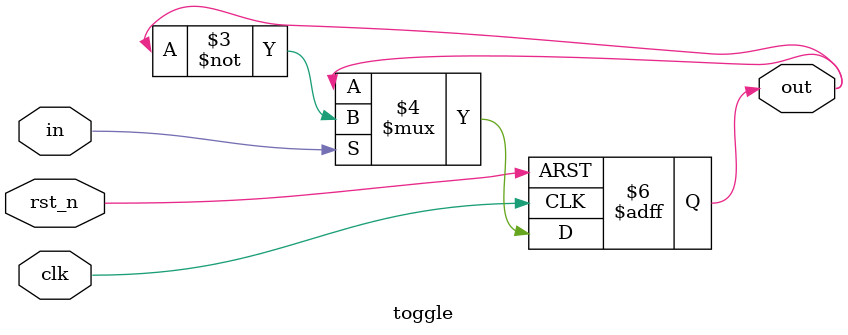
<source format=sv>
module toggle #(
    parameter WIDTH = 1
  ) (
    input logic clk,
    input logic rst_n,
    input logic [WIDTH-1:0] in,
    output logic [WIDTH-1:0] out
  );

  always_ff @(posedge clk or negedge rst_n) begin
    if (!rst_n) begin
      out <= 0;
    end else if (in) begin
      out <= ~out;
    end
  end

endmodule : toggle

</source>
